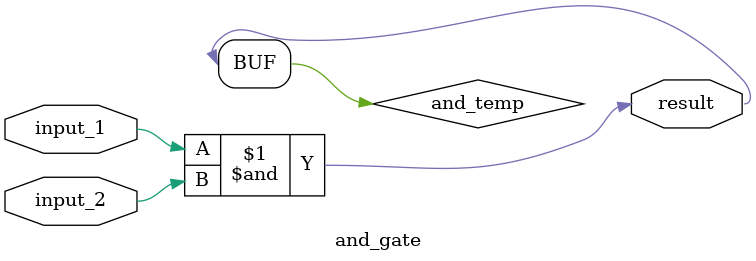
<source format=v>
module and_gate (
	input_1,
	input_2,
	result);
	
input input_1;
input input_2;
output result;

wire and_temp;
assign and_temp = input_1 & input_2;
assign result = and_temp;
endmodule





</source>
